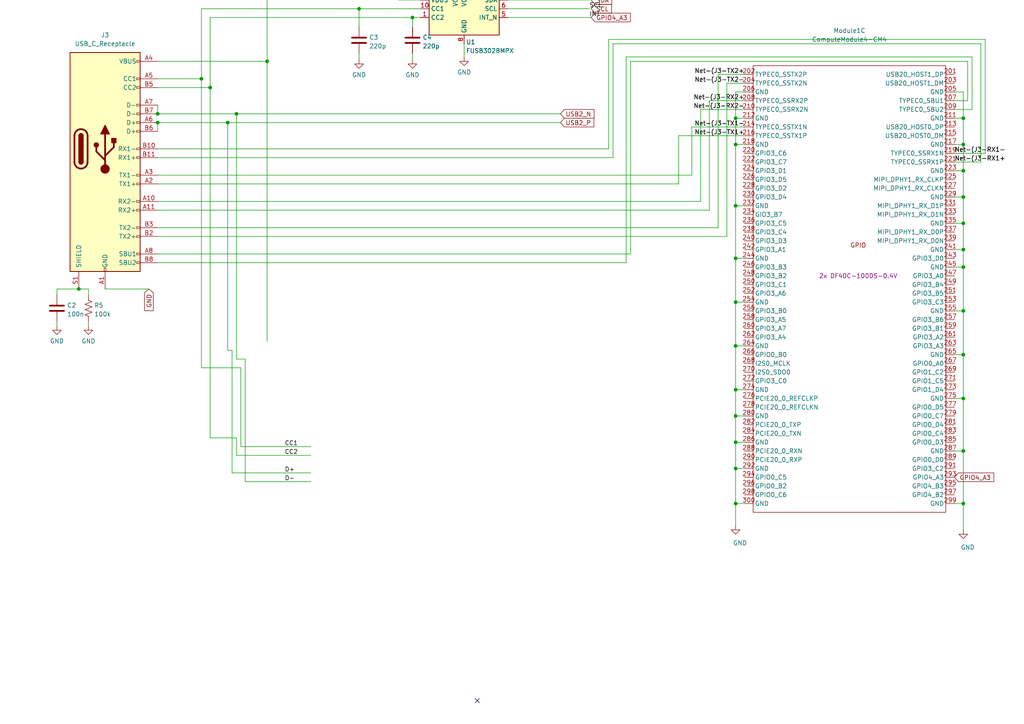
<source format=kicad_sch>
(kicad_sch (version 20231120) (generator "eeschema") (generator_version "8.0")
  (paper "A4")
  (title_block (title "Raspberry Pi Compute Module 4 Carrier Template") (date "2020-10-31") (rev "v01") (comment 2 "creativecommons.org/licenses/by-sa/4.0") (comment 3 "License: CC BY 4.0") (comment 4 "Author: Shawn Hymel"))
  (lib_symbols
    (symbol "CM4IO:ComputeModule4-CM4"
      (property "Reference" "Module1" (at -2.54 68.58 0))
      (property "Value" "ComputeModule4-CM4" (at -2.54 66.04 0))
      (property "MPN" "2x DF40C-100DS-0.4V" (at 0 -2.54 0))
      (symbol "ComputeModule4-CM4_1_0"
        (text "GPIO" (at 0 6.35 0) (effects (font (size 1.27 1.27))))
      )
      (symbol "ComputeModule4-CM4_1_1"
        (rectangle (start -30.48 -71.12) (end 25.4 58.42))
        (text "600mA Max" (at -8.89 -53.34 0) (effects (font (size 1.27 1.27))))
        (text "600mA Max" (at -8.89 -48.26 0) (effects (font (size 1.27 1.27))))
        (text "NB SD signals are only available" (at -1.27 -27.94 0) (effects (font (size 1.27 1.27))))
        (text "on modules without eMMC" (at -1.27 -30.48 0) (effects (font (size 1.27 1.27))))
        (pin power_in line (at 27.94 55.88 180) (length 2.54) (name "GND") (number "1"))
        (pin passive line (at -33.02 45.72 0) (length 2.54) (name "Ethernet_Pair0_N") (number "10"))
        (pin output line (at -33.02 -68.58 0) (length 2.54) (name "nEXTRST") (number "100"))
        (pin passive line (at 27.94 43.18 180) (length 2.54) (name "Ethernet_Pair2_P") (number "11"))
        (pin passive line (at -33.02 43.18 0) (length 2.54) (name "Ethernet_Pair0_P") (number "12"))
        (pin power_in line (at 27.94 40.64 180) (length 2.54) (name "GND") (number "13"))
        (pin power_in line (at -33.02 40.64 0) (length 2.54) (name "GND") (number "14"))
        (pin output line (at 27.94 38.1 180) (length 2.54) (name "Ethernet_nLED3(3.3v)") (number "15"))
        (pin input line (at -33.02 38.1 0) (length 2.54) (name "Ethernet_SYNC_IN(1.8v)") (number "16"))
        (pin output line (at 27.94 35.56 180) (length 2.54) (name "Ethernet_nLED2(3.3v)") (number "17"))
        (pin input line (at -33.02 35.56 0) (length 2.54) (name "Ethernet_SYNC_OUT(1.8v)") (number "18"))
        (pin output line (at 27.94 33.02 180) (length 2.54) (name "Ethernet_nLED1(3.3v)") (number "19"))
        (pin power_in line (at -33.02 55.88 0) (length 2.54) (name "GND") (number "2"))
        (pin passive line (at -33.02 33.02 0) (length 2.54) (name "EEPROM_nWP") (number "20"))
        (pin open_collector line (at 27.94 30.48 180) (length 2.54) (name "PI_nLED_Activity") (number "21"))
        (pin power_in line (at -33.02 30.48 0) (length 2.54) (name "GND") (number "22"))
        (pin power_in line (at 27.94 27.94 180) (length 2.54) (name "GND") (number "23"))
        (pin passive line (at -33.02 27.94 0) (length 2.54) (name "GPIO26") (number "24"))
        (pin passive line (at 27.94 25.4 180) (length 2.54) (name "GPIO21") (number "25"))
        (pin passive line (at -33.02 25.4 0) (length 2.54) (name "GPIO19") (number "26"))
        (pin passive line (at 27.94 22.86 180) (length 2.54) (name "GPIO20") (number "27"))
        (pin passive line (at -33.02 22.86 0) (length 2.54) (name "GPIO13") (number "28"))
        (pin passive line (at 27.94 20.32 180) (length 2.54) (name "GPIO16") (number "29"))
        (pin passive line (at 27.94 53.34 180) (length 2.54) (name "Ethernet_Pair3_P") (number "3"))
        (pin passive line (at -33.02 20.32 0) (length 2.54) (name "GPIO6") (number "30"))
        (pin passive line (at 27.94 17.78 180) (length 2.54) (name "GPIO12") (number "31"))
        (pin power_in line (at -33.02 17.78 0) (length 2.54) (name "GND") (number "32"))
        (pin power_in line (at 27.94 15.24 180) (length 2.54) (name "GND") (number "33"))
        (pin passive line (at -33.02 15.24 0) (length 2.54) (name "GPIO5") (number "34"))
        (pin passive line (at 27.94 12.7 180) (length 2.54) (name "ID_SC") (number "35"))
        (pin passive line (at -33.02 12.7 0) (length 2.54) (name "ID_SD") (number "36"))
        (pin passive line (at 27.94 10.16 180) (length 2.54) (name "GPIO7") (number "37"))
        (pin passive line (at -33.02 10.16 0) (length 2.54) (name "GPIO11") (number "38"))
        (pin passive line (at 27.94 7.62 180) (length 2.54) (name "GPIO8") (number "39"))
        (pin passive line (at -33.02 53.34 0) (length 2.54) (name "Ethernet_Pair1_P") (number "4"))
        (pin passive line (at -33.02 7.62 0) (length 2.54) (name "GPIO9") (number "40"))
        (pin passive line (at 27.94 5.08 180) (length 2.54) (name "GPIO25") (number "41"))
        (pin power_in line (at -33.02 5.08 0) (length 2.54) (name "GND") (number "42"))
        (pin power_in line (at 27.94 2.54 180) (length 2.54) (name "GND") (number "43"))
        (pin passive line (at -33.02 2.54 0) (length 2.54) (name "GPIO10") (number "44"))
        (pin passive line (at 27.94 0 180) (length 2.54) (name "GPIO24") (number "45"))
        (pin passive line (at -33.02 0 0) (length 2.54) (name "GPIO22") (number "46"))
        (pin passive line (at 27.94 -2.54 180) (length 2.54) (name "GPIO23") (number "47"))
        (pin passive line (at -33.02 -2.54 0) (length 2.54) (name "GPIO27") (number "48"))
        (pin passive line (at 27.94 -5.08 180) (length 2.54) (name "GPIO18") (number "49"))
        (pin passive line (at 27.94 50.8 180) (length 2.54) (name "Ethernet_Pair3_N") (number "5"))
        (pin passive line (at -33.02 -5.08 0) (length 2.54) (name "GPIO17") (number "50"))
        (pin passive line (at 27.94 -7.62 180) (length 2.54) (name "GPIO15") (number "51"))
        (pin power_in line (at -33.02 -7.62 0) (length 2.54) (name "GND") (number "52"))
        (pin power_in line (at 27.94 -10.16 180) (length 2.54) (name "GND") (number "53"))
        (pin passive line (at -33.02 -10.16 0) (length 2.54) (name "GPIO4") (number "54"))
        (pin passive line (at 27.94 -12.7 180) (length 2.54) (name "GPIO14") (number "55"))
        (pin passive line (at -33.02 -12.7 0) (length 2.54) (name "GPIO3") (number "56"))
        (pin passive line (at 27.94 -15.24 180) (length 2.54) (name "SD_CLK") (number "57"))
        (pin passive line (at -33.02 -15.24 0) (length 2.54) (name "GPIO2") (number "58"))
        (pin power_in line (at 27.94 -17.78 180) (length 2.54) (name "GND") (number "59"))
        (pin passive line (at -33.02 50.8 0) (length 2.54) (name "Ethernet_Pair1_N") (number "6"))
        (pin power_in line (at -33.02 -17.78 0) (length 2.54) (name "GND") (number "60"))
        (pin passive line (at 27.94 -20.32 180) (length 2.54) (name "SD_DAT3") (number "61"))
        (pin passive line (at -33.02 -20.32 0) (length 2.54) (name "SD_CMD") (number "62"))
        (pin passive line (at 27.94 -22.86 180) (length 2.54) (name "SD_DAT0") (number "63"))
        (pin passive line (at -33.02 -22.86 0) (length 2.54) (name "SD_DAT5") (number "64"))
        (pin power_in line (at 27.94 -25.4 180) (length 2.54) (name "GND") (number "65"))
        (pin power_in line (at -33.02 -25.4 0) (length 2.54) (name "GND") (number "66"))
        (pin passive line (at 27.94 -27.94 180) (length 2.54) (name "SD_DAT1") (number "67"))
        (pin passive line (at -33.02 -27.94 0) (length 2.54) (name "SD_DAT4") (number "68"))
        (pin passive line (at 27.94 -30.48 180) (length 2.54) (name "SD_DAT2") (number "69"))
        (pin power_in line (at 27.94 48.26 180) (length 2.54) (name "GND") (number "7"))
        (pin passive line (at -33.02 -30.48 0) (length 2.54) (name "SD_DAT7") (number "70"))
        (pin power_in line (at 27.94 -33.02 180) (length 2.54) (name "GND") (number "71"))
        (pin passive line (at -33.02 -33.02 0) (length 2.54) (name "SD_DAT6") (number "72"))
        (pin input line (at 27.94 -35.56 180) (length 2.54) (name "SD_VDD_Override") (number "73"))
        (pin power_in line (at -33.02 -35.56 0) (length 2.54) (name "GND") (number "74"))
        (pin output line (at 27.94 -38.1 180) (length 2.54) (name "SD_PWR_ON") (number "75"))
        (pin passive line (at -33.02 -38.1 0) (length 2.54) (name "Reserved") (number "76"))
        (pin power_in line (at 27.94 -40.64 180) (length 2.54) (name "+5v_(Input)") (number "77"))
        (pin power_in line (at -33.02 -40.64 0) (length 2.54) (name "GPIO_VREF(1.8v/3.3v_Input)") (number "78"))
        (pin power_in line (at 27.94 -43.18 180) (length 2.54) (name "+5v_(Input)") (number "79"))
        (pin power_in line (at -33.02 48.26 0) (length 2.54) (name "GND") (number "8"))
        (pin passive line (at -33.02 -43.18 0) (length 2.54) (name "SCL0") (number "80"))
        (pin power_in line (at 27.94 -45.72 180) (length 2.54) (name "+5v_(Input)") (number "81"))
        (pin passive line (at -33.02 -45.72 0) (length 2.54) (name "SDA0") (number "82"))
        (pin power_in line (at 27.94 -48.26 180) (length 2.54) (name "+5v_(Input)") (number "83"))
        (pin power_out line (at -33.02 -48.26 0) (length 2.54) (name "+3.3v_(Output)") (number "84"))
        (pin power_in line (at 27.94 -50.8 180) (length 2.54) (name "+5v_(Input)") (number "85"))
        (pin power_out line (at -33.02 -50.8 0) (length 2.54) (name "+3.3v_(Output)") (number "86"))
        (pin power_in line (at 27.94 -53.34 180) (length 2.54) (name "+5v_(Input)") (number "87"))
        (pin power_out line (at -33.02 -53.34 0) (length 2.54) (name "+1.8v_(Output)") (number "88"))
        (pin power_in line (at 27.94 -55.88 180) (length 2.54) (name "WiFi_nDisable") (number "89"))
        (pin passive line (at 27.94 45.72 180) (length 2.54) (name "Ethernet_Pair2_N") (number "9"))
        (pin power_out line (at -33.02 -55.88 0) (length 2.54) (name "+1.8v_(Output)") (number "90"))
        (pin power_in line (at 27.94 -58.42 180) (length 2.54) (name "BT_nDisable") (number "91"))
        (pin passive line (at -33.02 -58.42 0) (length 2.54) (name "RUN_PG") (number "92"))
        (pin input line (at 27.94 -60.96 180) (length 2.54) (name "nRPIBOOT") (number "93"))
        (pin passive line (at -33.02 -60.96 0) (length 2.54) (name "AnalogIP0") (number "94"))
        (pin output line (at 27.94 -63.5 180) (length 2.54) (name "nPI_LED_PWR") (number "95"))
        (pin passive line (at -33.02 -63.5 0) (length 2.54) (name "AnalogIP1") (number "96"))
        (pin passive line (at 27.94 -66.04 180) (length 2.54) (name "Camera_GPIO") (number "97"))
        (pin power_in line (at -33.02 -66.04 0) (length 2.54) (name "GND") (number "98"))
        (pin input line (at 27.94 -68.58 180) (length 2.54) (name "Global_EN") (number "99"))
      )
      (symbol "ComputeModule4-CM4_2_1"
        (rectangle (start 114.3 -66.04) (end 165.1 63.5))
        (text "High Speed Serial" (at 140.97 0 0) (effects (font (size 1.27 1.27))))
        (pin input line (at 170.18 60.96 180) (length 5.08) (name "USB_OTG_ID") (number "101"))
        (pin input line (at 109.22 60.96 0) (length 5.08) (name "PCIe_CLK_nREQ") (number "102"))
        (pin passive line (at 170.18 58.42 180) (length 5.08) (name "USB2_N") (number "103"))
        (pin passive line (at 109.22 58.42 0) (length 5.08) (name "Reserved") (number "104"))
        (pin passive line (at 170.18 55.88 180) (length 5.08) (name "USB2_P") (number "105"))
        (pin passive line (at 109.22 55.88 0) (length 5.08) (name "Reserved") (number "106"))
        (pin power_in line (at 170.18 53.34 180) (length 5.08) (name "GND") (number "107"))
        (pin power_in line (at 109.22 53.34 0) (length 5.08) (name "GND") (number "108"))
        (pin bidirectional line (at 170.18 50.8 180) (length 5.08) (name "PCIe_nRST") (number "109"))
        (pin output line (at 109.22 50.8 0) (length 5.08) (name "PCIe_CLK_P") (number "110"))
        (pin passive line (at 170.18 48.26 180) (length 5.08) (name "VDAC_COMP") (number "111"))
        (pin output line (at 109.22 48.26 0) (length 5.08) (name "PCIe_CLK_N") (number "112"))
        (pin power_in line (at 170.18 45.72 180) (length 5.08) (name "GND") (number "113"))
        (pin power_in line (at 109.22 45.72 0) (length 5.08) (name "GND") (number "114"))
        (pin input line (at 170.18 43.18 180) (length 5.08) (name "CAM1_D0_N") (number "115"))
        (pin input line (at 109.22 43.18 0) (length 5.08) (name "PCIe_RX_P") (number "116"))
        (pin input line (at 170.18 40.64 180) (length 5.08) (name "CAM1_D0_P") (number "117"))
        (pin input line (at 109.22 40.64 0) (length 5.08) (name "PCIe_RX_N") (number "118"))
        (pin power_in line (at 170.18 38.1 180) (length 5.08) (name "GND") (number "119"))
        (pin power_in line (at 109.22 38.1 0) (length 5.08) (name "GND") (number "120"))
        (pin input line (at 170.18 35.56 180) (length 5.08) (name "CAM1_D1_N") (number "121"))
        (pin output line (at 109.22 35.56 0) (length 5.08) (name "PCIe_TX_P") (number "122"))
        (pin input line (at 170.18 33.02 180) (length 5.08) (name "CAM1_D1_P") (number "123"))
        (pin output line (at 109.22 33.02 0) (length 5.08) (name "PCIe_TX_N") (number "124"))
        (pin power_in line (at 170.18 30.48 180) (length 5.08) (name "GND") (number "125"))
        (pin power_in line (at 109.22 30.48 0) (length 5.08) (name "GND") (number "126"))
        (pin input line (at 170.18 27.94 180) (length 5.08) (name "CAM1_C_N") (number "127"))
        (pin input line (at 109.22 27.94 0) (length 5.08) (name "CAM0_D0_N") (number "128"))
        (pin input line (at 170.18 25.4 180) (length 5.08) (name "CAM1_C_P") (number "129"))
        (pin input line (at 109.22 25.4 0) (length 5.08) (name "CAM0_D0_P") (number "130"))
        (pin power_in line (at 170.18 22.86 180) (length 5.08) (name "GND") (number "131"))
        (pin power_in line (at 109.22 22.86 0) (length 5.08) (name "GND") (number "132"))
        (pin input line (at 170.18 20.32 180) (length 5.08) (name "CAM1_D2_N") (number "133"))
        (pin input line (at 109.22 20.32 0) (length 5.08) (name "CAM0_D1_N") (number "134"))
        (pin input line (at 170.18 17.78 180) (length 5.08) (name "CAM1_D2_P") (number "135"))
        (pin input line (at 109.22 17.78 0) (length 5.08) (name "CAM0_D1_P") (number "136"))
        (pin power_in line (at 170.18 15.24 180) (length 5.08) (name "GND") (number "137"))
        (pin power_in line (at 109.22 15.24 0) (length 5.08) (name "GND") (number "138"))
        (pin input line (at 170.18 12.7 180) (length 5.08) (name "CAM1_D3_N") (number "139"))
        (pin input line (at 109.22 12.7 0) (length 5.08) (name "CAM0_C_N") (number "140"))
        (pin input line (at 170.18 10.16 180) (length 5.08) (name "CAM1_D3_P") (number "141"))
        (pin input line (at 109.22 10.16 0) (length 5.08) (name "CAM0_C_P") (number "142"))
        (pin input line (at 170.18 7.62 180) (length 5.08) (name "HDMI1_HOTPLUG") (number "143"))
        (pin power_in line (at 109.22 7.62 0) (length 5.08) (name "GND") (number "144"))
        (pin bidirectional line (at 170.18 5.08 180) (length 5.08) (name "HDMI1_SDA") (number "145"))
        (pin output line (at 109.22 5.08 0) (length 5.08) (name "HDMI1_TX2_P") (number "146"))
        (pin open_collector line (at 170.18 2.54 180) (length 5.08) (name "HDMI1_SCL") (number "147"))
        (pin output line (at 109.22 2.54 0) (length 5.08) (name "HDMI1_TX2_N") (number "148"))
        (pin open_collector line (at 170.18 0 180) (length 5.08) (name "HDMI1_CEC") (number "149"))
        (pin power_in line (at 109.22 0 0) (length 5.08) (name "GND") (number "150"))
        (pin open_collector line (at 170.18 -2.54 180) (length 5.08) (name "HDMI0_CEC") (number "151"))
        (pin output line (at 109.22 -2.54 0) (length 5.08) (name "HDMI1_TX1_P") (number "152"))
        (pin input line (at 170.18 -5.08 180) (length 5.08) (name "HDMI0_HOTPLUG") (number "153"))
        (pin output line (at 109.22 -5.08 0) (length 5.08) (name "HDMI1_TX1_N") (number "154"))
        (pin power_in line (at 170.18 -7.62 180) (length 5.08) (name "GND") (number "155"))
        (pin power_in line (at 109.22 -7.62 0) (length 5.08) (name "GND") (number "156"))
        (pin output line (at 170.18 -10.16 180) (length 5.08) (name "DSI0_D0_N") (number "157"))
        (pin output line (at 109.22 -10.16 0) (length 5.08) (name "HDMI1_TX0_P") (number "158"))
        (pin output line (at 170.18 -12.7 180) (length 5.08) (name "DSI0_D0_P") (number "159"))
        (pin output line (at 109.22 -12.7 0) (length 5.08) (name "HDMI1_TX0_N") (number "160"))
        (pin power_in line (at 170.18 -15.24 180) (length 5.08) (name "GND") (number "161"))
        (pin power_in line (at 109.22 -15.24 0) (length 5.08) (name "GND") (number "162"))
        (pin output line (at 170.18 -17.78 180) (length 5.08) (name "DSI0_D1_N") (number "163"))
        (pin output line (at 109.22 -17.78 0) (length 5.08) (name "HDMI1_CLK_P") (number "164"))
        (pin output line (at 170.18 -20.32 180) (length 5.08) (name "DSI0_D1_P") (number "165"))
        (pin output line (at 109.22 -20.32 0) (length 5.08) (name "HDMI1_CLK_N") (number "166"))
        (pin power_in line (at 170.18 -22.86 180) (length 5.08) (name "GND") (number "167"))
        (pin power_in line (at 109.22 -22.86 0) (length 5.08) (name "GND") (number "168"))
        (pin output line (at 170.18 -25.4 180) (length 5.08) (name "DSI0_C_N") (number "169"))
        (pin output line (at 109.22 -25.4 0) (length 5.08) (name "HDMI0_TX2_P") (number "170"))
        (pin output line (at 170.18 -27.94 180) (length 5.08) (name "DSI0_C_P") (number "171"))
        (pin output line (at 109.22 -27.94 0) (length 5.08) (name "HDMI0_TX2_N") (number "172"))
        (pin power_in line (at 170.18 -30.48 180) (length 5.08) (name "GND") (number "173"))
        (pin power_in line (at 109.22 -30.48 0) (length 5.08) (name "GND") (number "174"))
        (pin output line (at 170.18 -33.02 180) (length 5.08) (name "DSI1_D0_N") (number "175"))
        (pin output line (at 109.22 -33.02 0) (length 5.08) (name "HDMI0_TX1_P") (number "176"))
        (pin output line (at 170.18 -35.56 180) (length 5.08) (name "DSI1_D0_P") (number "177"))
        (pin output line (at 109.22 -35.56 0) (length 5.08) (name "HDMI0_TX1_N") (number "178"))
        (pin power_in line (at 170.18 -38.1 180) (length 5.08) (name "GND") (number "179"))
        (pin power_in line (at 109.22 -38.1 0) (length 5.08) (name "GND") (number "180"))
        (pin output line (at 170.18 -40.64 180) (length 5.08) (name "DSI1_D1_N") (number "181"))
        (pin output line (at 109.22 -40.64 0) (length 5.08) (name "HDMI0_TX0_P") (number "182"))
        (pin output line (at 170.18 -43.18 180) (length 5.08) (name "DSI1_D1_P") (number "183"))
        (pin output line (at 109.22 -43.18 0) (length 5.08) (name "HDMI0_TX0_N") (number "184"))
        (pin power_in line (at 170.18 -45.72 180) (length 5.08) (name "GND") (number "185"))
        (pin power_in line (at 109.22 -45.72 0) (length 5.08) (name "GND") (number "186"))
        (pin output line (at 170.18 -48.26 180) (length 5.08) (name "DSI1_C_N") (number "187"))
        (pin output line (at 109.22 -48.26 0) (length 5.08) (name "HDMI0_CLK_P") (number "188"))
        (pin output line (at 170.18 -50.8 180) (length 5.08) (name "DSI1_C_P") (number "189"))
        (pin output line (at 109.22 -50.8 0) (length 5.08) (name "HDMI0_CLK_N") (number "190"))
        (pin power_in line (at 170.18 -53.34 180) (length 5.08) (name "GND") (number "191"))
        (pin power_in line (at 109.22 -53.34 0) (length 5.08) (name "GND") (number "192"))
        (pin output line (at 170.18 -55.88 180) (length 5.08) (name "DSI1_D2_N") (number "193"))
        (pin output line (at 109.22 -55.88 0) (length 5.08) (name "DSI1_D3_N") (number "194"))
        (pin output line (at 170.18 -58.42 180) (length 5.08) (name "DSI1_D2_P") (number "195"))
        (pin output line (at 109.22 -58.42 0) (length 5.08) (name "DSI1_D3_P") (number "196"))
        (pin power_in line (at 170.18 -60.96 180) (length 5.08) (name "GND") (number "197"))
        (pin power_in line (at 109.22 -60.96 0) (length 5.08) (name "GND") (number "198"))
        (pin bidirectional line (at 170.18 -63.5 180) (length 5.08) (name "HDMI0_SDA") (number "199"))
        (pin open_collector line (at 109.22 -63.5 0) (length 5.08) (name "HDMI0_SCL") (number "200"))
      )
      (symbol "ComputeModule4-CM4_3_0"
        (text "GPIO" (at 0 6.35 0) (effects (font (size 1.27 1.27))))
      )
      (symbol "ComputeModule4-CM4_3_1"
        (rectangle (start -30.48 58.42) (end 25.4 -71.12))
        (pin passive line (at 27.94 55.88 180) (length 2.54) (name "USB20_HOST1_DP") (number "201"))
        (pin passive line (at -33.02 55.88 0) (length 2.54) (name "TYPEC0_SSTX2P") (number "202"))
        (pin passive line (at 27.94 53.34 180) (length 2.54) (name "USB20_HOST1_DM") (number "203"))
        (pin passive line (at -33.02 53.34 0) (length 2.54) (name "TYPEC0_SSTX2N") (number "204"))
        (pin power_in line (at 27.94 50.8 180) (length 2.54) (name "GND") (number "205"))
        (pin power_in line (at -33.02 50.8 0) (length 2.54) (name "GND") (number "206"))
        (pin passive line (at 27.94 48.26 180) (length 2.54) (name "TYPEC0_SBU1") (number "207"))
        (pin passive line (at -33.02 48.26 0) (length 2.54) (name "TYPEC0_SSRX2P") (number "208"))
        (pin passive line (at 27.94 45.72 180) (length 2.54) (name "TYPEC0_SBU2") (number "209"))
        (pin passive line (at -33.02 45.72 0) (length 2.54) (name "TYPEC0_SSRX2N") (number "210"))
        (pin power_in line (at 27.94 43.18 180) (length 2.54) (name "GND") (number "211"))
        (pin power_in line (at -33.02 43.18 0) (length 2.54) (name "GND") (number "212"))
        (pin passive line (at 27.94 40.64 180) (length 2.54) (name "USB20_HOST0_DP") (number "213"))
        (pin passive line (at -33.02 40.64 0) (length 2.54) (name "TYPEC0_SSTX1N") (number "214"))
        (pin output line (at 27.94 38.1 180) (length 2.54) (name "USB20_HOST0_DM") (number "215"))
        (pin passive line (at -33.02 38.1 0) (length 2.54) (name "TYPEC0_SSTX1P") (number "216"))
        (pin power_in line (at 27.94 35.56 180) (length 2.54) (name "GND") (number "217"))
        (pin power_in line (at -33.02 35.56 0) (length 2.54) (name "GND") (number "218"))
        (pin output line (at 27.94 33.02 180) (length 2.54) (name "TYPEC0_SSRX1N") (number "219"))
        (pin passive line (at -33.02 33.02 0) (length 2.54) (name "GPIO3_C6") (number "220"))
        (pin passive line (at 27.94 30.48 180) (length 2.54) (name "TYPEC0_SSRX1P") (number "221"))
        (pin passive line (at -33.02 30.48 0) (length 2.54) (name "GPIO3_C7") (number "222"))
        (pin power_in line (at 27.94 27.94 180) (length 2.54) (name "GND") (number "223"))
        (pin passive line (at -33.02 27.94 0) (length 2.54) (name "GPIO3_D1") (number "224"))
        (pin passive line (at 27.94 25.4 180) (length 2.54) (name "MIPI_DPHY1_RX_CLKP") (number "225"))
        (pin passive line (at -33.02 25.4 0) (length 2.54) (name "GPIO3_D5") (number "226"))
        (pin passive line (at 27.94 22.86 180) (length 2.54) (name "MIPI_DPHY1_RX_CLKN") (number "227"))
        (pin passive line (at -33.02 22.86 0) (length 2.54) (name "GPIO3_D2") (number "228"))
        (pin passive line (at 27.94 20.32 180) (length 2.54) (name "GND") (number "229"))
        (pin passive line (at -33.02 20.32 0) (length 2.54) (name "GPIO3_D4") (number "230"))
        (pin power_in line (at 27.94 17.78 180) (length 2.54) (name "MIPI_DPHY1_RX_D1P") (number "231"))
        (pin power_in line (at -33.02 17.78 0) (length 2.54) (name "GND") (number "232"))
        (pin passive line (at 27.94 15.24 180) (length 2.54) (name "MIPI_DPHY1_RX_D1N") (number "233"))
        (pin passive line (at -33.02 15.24 0) (length 2.54) (name "GIO3_B7") (number "234"))
        (pin power_in line (at 27.94 12.7 180) (length 2.54) (name "GND") (number "235"))
        (pin passive line (at -33.02 12.7 0) (length 2.54) (name "GPIO3_C5") (number "236"))
        (pin passive line (at 27.94 10.16 180) (length 2.54) (name "MIPI_DPHY1_RX_D0P") (number "237"))
        (pin passive line (at -33.02 10.16 0) (length 2.54) (name "GPIO3_C4") (number "238"))
        (pin passive line (at 27.94 7.62 180) (length 2.54) (name "MIPI_DPHY1_RX_D0N") (number "239"))
        (pin passive line (at -33.02 7.62 0) (length 2.54) (name "GPIO3_D3") (number "240"))
        (pin passive line (at 27.94 5.08 180) (length 2.54) (name "GND") (number "241"))
        (pin passive line (at -33.02 5.08 0) (length 2.54) (name "GPIO3_A1") (number "242"))
        (pin passive line (at 27.94 2.54 180) (length 2.54) (name "GPIO3_D0") (number "243"))
        (pin power_in line (at -33.02 2.54 0) (length 2.54) (name "GND") (number "244"))
        (pin power_in line (at 27.94 0 180) (length 2.54) (name "GND") (number "245"))
        (pin passive line (at -33.02 0 0) (length 2.54) (name "GPIO3_B3") (number "246"))
        (pin passive line (at 27.94 -2.54 180) (length 2.54) (name "GPIO3_A0") (number "247"))
        (pin passive line (at -33.02 -2.54 0) (length 2.54) (name "GPIO3_B2") (number "248"))
        (pin passive line (at 27.94 -5.08 180) (length 2.54) (name "GPIO3_B4") (number "249"))
        (pin passive line (at -33.02 -5.08 0) (length 2.54) (name "GPIO3_C1") (number "250"))
        (pin passive line (at 27.94 -7.62 180) (length 2.54) (name "GPIO3_B5") (number "251"))
        (pin passive line (at -33.02 -7.62 0) (length 2.54) (name "GPIO3_A6") (number "252"))
        (pin passive line (at 27.94 -10.16 180) (length 2.54) (name "GPIO3_C3") (number "253"))
        (pin power_in line (at -33.02 -10.16 0) (length 2.54) (name "GND") (number "254"))
        (pin power_in line (at 27.94 -12.7 180) (length 2.54) (name "GND") (number "255"))
        (pin passive line (at -33.02 -12.7 0) (length 2.54) (name "GPIO3_B0") (number "256"))
        (pin passive line (at 27.94 -15.24 180) (length 2.54) (name "GPIO3_B6") (number "257"))
        (pin passive line (at -33.02 -15.24 0) (length 2.54) (name "GPIO3_A5") (number "258"))
        (pin passive line (at 27.94 -17.78 180) (length 2.54) (name "GPIO3_B1") (number "259"))
        (pin passive line (at -33.02 -17.78 0) (length 2.54) (name "GPIO3_A7") (number "260"))
        (pin passive line (at 27.94 -20.32 180) (length 2.54) (name "GPIO3_A2") (number "261"))
        (pin passive line (at -33.02 -20.32 0) (length 2.54) (name "GPIO3_A4") (number "262"))
        (pin passive line (at 27.94 -22.86 180) (length 2.54) (name "GPIO3_A3") (number "263"))
        (pin power_in line (at -33.02 -22.86 0) (length 2.54) (name "GND") (number "264"))
        (pin power_in line (at 27.94 -25.4 180) (length 2.54) (name "GND") (number "265"))
        (pin passive line (at -33.02 -25.4 0) (length 2.54) (name "GPIO0_B0") (number "266"))
        (pin passive line (at 27.94 -27.94 180) (length 2.54) (name "GPIO0_A0") (number "267"))
        (pin passive line (at -33.02 -27.94 0) (length 2.54) (name "I2S0_MCLK") (number "268"))
        (pin passive line (at 27.94 -30.48 180) (length 2.54) (name "GPIO1_C2") (number "269"))
        (pin passive line (at -33.02 -30.48 0) (length 2.54) (name "I2S0_SDO0") (number "270"))
        (pin passive line (at 27.94 -33.02 180) (length 2.54) (name "GPIO1_C5") (number "271"))
        (pin passive line (at -33.02 -33.02 0) (length 2.54) (name "GPIO3_C0") (number "272"))
        (pin passive line (at 27.94 -35.56 180) (length 2.54) (name "GPIO1_D4") (number "273"))
        (pin power_in line (at -33.02 -35.56 0) (length 2.54) (name "GND") (number "274"))
        (pin power_in line (at 27.94 -38.1 180) (length 2.54) (name "GND") (number "275"))
        (pin passive line (at -33.02 -38.1 0) (length 2.54) (name "PCIE20_0_REFCLKP") (number "276"))
        (pin passive line (at 27.94 -40.64 180) (length 2.54) (name "GPIO0_D5") (number "277"))
        (pin passive line (at -33.02 -40.64 0) (length 2.54) (name "PCIE20_0_REFCLKN") (number "278"))
        (pin passive line (at 27.94 -43.18 180) (length 2.54) (name "GPIO0_C7") (number "279"))
        (pin power_in line (at -33.02 -43.18 0) (length 2.54) (name "GND") (number "280"))
        (pin passive line (at 27.94 -45.72 180) (length 2.54) (name "GPIO0_D4") (number "281"))
        (pin passive line (at -33.02 -45.72 0) (length 2.54) (name "PCIE20_0_TXP") (number "282"))
        (pin passive line (at 27.94 -48.26 180) (length 2.54) (name "GPIO0_C4") (number "283"))
        (pin passive line (at -33.02 -48.26 0) (length 2.54) (name "PCIE20_0_TXN") (number "284"))
        (pin passive line (at 27.94 -50.8 180) (length 2.54) (name "GPIO0_D3") (number "285"))
        (pin power_in line (at -33.02 -50.8 0) (length 2.54) (name "GND") (number "286"))
        (pin power_in line (at 27.94 -53.34 180) (length 2.54) (name "GND") (number "287"))
        (pin passive line (at -33.02 -53.34 0) (length 2.54) (name "PCIE20_0_RXN") (number "288"))
        (pin passive line (at 27.94 -55.88 180) (length 2.54) (name "GPIO0_D0") (number "289"))
        (pin passive line (at -33.02 -55.88 0) (length 2.54) (name "PCIE20_0_RXP") (number "290"))
        (pin passive line (at 27.94 -58.42 180) (length 2.54) (name "GPIO3_C2") (number "291"))
        (pin power_in line (at -33.02 -58.42 0) (length 2.54) (name "GND") (number "292"))
        (pin passive line (at 27.94 -60.96 180) (length 2.54) (name "GPIO4_A3") (number "293"))
        (pin passive line (at -33.02 -60.96 0) (length 2.54) (name "GPIO0_C5") (number "294"))
        (pin passive line (at 27.94 -63.5 180) (length 2.54) (name "GPIO4_B3") (number "295"))
        (pin passive line (at -33.02 -63.5 0) (length 2.54) (name "GPIO0_B2") (number "296"))
        (pin passive line (at 27.94 -66.04 180) (length 2.54) (name "GPIO4_B2") (number "297"))
        (pin passive line (at -33.02 -66.04 0) (length 2.54) (name "GPIO0_C6") (number "298"))
        (pin power_in line (at 27.94 -68.58 180) (length 2.54) (name "GND") (number "299"))
        (pin power_in line (at -33.02 -68.58 0) (length 2.54) (name "GND") (number "300"))
      )
    )
    (symbol "Connector:USB_C_Receptacle" (pin_names (offset 1.016))
      (property "Reference" "J" (at -10.16 29.21 0))
      (property "Value" "USB_C_Receptacle" (at 10.16 29.21 0))
      (symbol "USB_C_Receptacle_0_0"
        (rectangle (start -0.254 -35.56) (end 0.254 -34.544))
        (rectangle (start 10.16 -32.766) (end 9.144 -33.274))
        (rectangle (start 10.16 -30.226) (end 9.144 -30.734))
        (rectangle (start 10.16 -25.146) (end 9.144 -25.654))
        (rectangle (start 10.16 -22.606) (end 9.144 -23.114))
        (rectangle (start 10.16 -17.526) (end 9.144 -18.034))
        (rectangle (start 10.16 -14.986) (end 9.144 -15.494))
        (rectangle (start 10.16 -9.906) (end 9.144 -10.414))
        (rectangle (start 10.16 -7.366) (end 9.144 -7.874))
        (rectangle (start 10.16 -2.286) (end 9.144 -2.794))
        (rectangle (start 10.16 0.254) (end 9.144 -0.254))
        (rectangle (start 10.16 5.334) (end 9.144 4.826))
        (rectangle (start 10.16 7.874) (end 9.144 7.366))
        (rectangle (start 10.16 10.414) (end 9.144 9.906))
        (rectangle (start 10.16 12.954) (end 9.144 12.446))
        (rectangle (start 10.16 18.034) (end 9.144 17.526))
        (rectangle (start 10.16 20.574) (end 9.144 20.066))
        (rectangle (start 10.16 25.654) (end 9.144 25.146))
      )
      (symbol "USB_C_Receptacle_0_1"
        (rectangle (start -10.16 27.94) (end 10.16 -35.56) (stroke (width 0.254)) (fill (type background)))
        (arc (start -8.89 -3.81) (mid -6.985 -5.7067) (end -5.08 -3.81) (stroke (width 0.508)))
        (arc (start -7.62 -3.81) (mid -6.985 -4.4423) (end -6.35 -3.81) (stroke (width 0.254)))
        (arc (start -7.62 -3.81) (mid -6.985 -4.4423) (end -6.35 -3.81) (stroke (width 0.254)) (fill (type outline)))
        (rectangle (start -7.62 -3.81) (end -6.35 3.81) (stroke (width 0.254)) (fill (type outline)))
        (arc (start -6.35 3.81) (mid -6.985 4.4423) (end -7.62 3.81) (stroke (width 0.254)))
        (arc (start -6.35 3.81) (mid -6.985 4.4423) (end -7.62 3.81) (stroke (width 0.254)) (fill (type outline)))
        (arc (start -5.08 3.81) (mid -6.985 5.7067) (end -8.89 3.81) (stroke (width 0.508)))
        (polyline (pts (xy -8.89 -3.81) (xy -8.89 3.81)) (stroke (width 0.508)))
        (polyline (pts (xy -5.08 3.81) (xy -5.08 -3.81)) (stroke (width 0.508)))
      )
      (symbol "USB_C_Receptacle_1_1"
        (circle (center -2.54 1.143) (radius 0.635) (stroke (width 0.254)) (fill (type outline)))
        (circle (center 0 -5.842) (radius 1.27) (fill (type outline)))
        (polyline (pts (xy 0 -5.842) (xy 0 4.318)) (stroke (width 0.508)))
        (polyline (pts (xy 0 -3.302) (xy -2.54 -0.762) (xy -2.54 0.508)) (stroke (width 0.508)))
        (polyline (pts (xy 0 -2.032) (xy 2.54 0.508) (xy 2.54 1.778)) (stroke (width 0.508)))
        (polyline (pts (xy -1.27 4.318) (xy 0 6.858) (xy 1.27 4.318) (xy -1.27 4.318)) (stroke (width 0.254)) (fill (type outline)))
        (rectangle (start 1.905 1.778) (end 3.175 3.048) (stroke (width 0.254)) (fill (type outline)))
        (pin passive line (at 0 -40.64 90) (length 5.08) (name "GND") (number "A1"))
        (pin bidirectional line (at 15.24 -15.24 180) (length 5.08) (name "RX2-") (number "A10"))
        (pin bidirectional line (at 15.24 -17.78 180) (length 5.08) (name "RX2+") (number "A11"))
        (pin passive line (at 0 -40.64 90) (length 5.08) hide (name "GND") (number "A12"))
        (pin bidirectional line (at 15.24 -10.16 180) (length 5.08) (name "TX1+") (number "A2"))
        (pin bidirectional line (at 15.24 -7.62 180) (length 5.08) (name "TX1-") (number "A3"))
        (pin passive line (at 15.24 25.4 180) (length 5.08) (name "VBUS") (number "A4"))
        (pin bidirectional line (at 15.24 20.32 180) (length 5.08) (name "CC1") (number "A5"))
        (pin bidirectional line (at 15.24 7.62 180) (length 5.08) (name "D+") (number "A6"))
        (pin bidirectional line (at 15.24 12.7 180) (length 5.08) (name "D-") (number "A7"))
        (pin bidirectional line (at 15.24 -30.48 180) (length 5.08) (name "SBU1") (number "A8"))
        (pin passive line (at 15.24 25.4 180) (length 5.08) hide (name "VBUS") (number "A9"))
        (pin passive line (at 0 -40.64 90) (length 5.08) hide (name "GND") (number "B1"))
        (pin bidirectional line (at 15.24 0 180) (length 5.08) (name "RX1-") (number "B10"))
        (pin bidirectional line (at 15.24 -2.54 180) (length 5.08) (name "RX1+") (number "B11"))
        (pin passive line (at 0 -40.64 90) (length 5.08) hide (name "GND") (number "B12"))
        (pin bidirectional line (at 15.24 -25.4 180) (length 5.08) (name "TX2+") (number "B2"))
        (pin bidirectional line (at 15.24 -22.86 180) (length 5.08) (name "TX2-") (number "B3"))
        (pin passive line (at 15.24 25.4 180) (length 5.08) hide (name "VBUS") (number "B4"))
        (pin bidirectional line (at 15.24 17.78 180) (length 5.08) (name "CC2") (number "B5"))
        (pin bidirectional line (at 15.24 5.08 180) (length 5.08) (name "D+") (number "B6"))
        (pin bidirectional line (at 15.24 10.16 180) (length 5.08) (name "D-") (number "B7"))
        (pin bidirectional line (at 15.24 -33.02 180) (length 5.08) (name "SBU2") (number "B8"))
        (pin passive line (at 15.24 25.4 180) (length 5.08) hide (name "VBUS") (number "B9"))
        (pin passive line (at -7.62 -40.64 90) (length 5.08) (name "SHIELD") (number "S1"))
      )
    )
    (symbol "Device:C" (pin_numbers hide) (pin_names (offset 0.254))
      (property "Reference" "C" (at 0.635 2.54 0))
      (property "Value" "C" (at 0.635 -2.54 0))
      (symbol "C_0_1"
        (polyline (pts (xy -2.032 -0.762) (xy 2.032 -0.762)) (stroke (width 0.508)))
        (polyline (pts (xy -2.032 0.762) (xy 2.032 0.762)) (stroke (width 0.508)))
      )
      (symbol "C_1_1"
        (pin passive line (at 0 3.81 270) (length 2.794) (name "~") (number "1"))
        (pin passive line (at 0 -3.81 90) (length 2.794) (name "~") (number "2"))
      )
    )
    (symbol "Device:R_US" (pin_numbers hide) (pin_names (offset 0))
      (property "Reference" "R" (at 2.54 0 90))
      (property "Value" "R_US" (at -2.54 0 90))
      (symbol "R_US_0_1"
        (polyline (pts (xy 0 -2.286) (xy 0 -2.54)))
        (polyline (pts (xy 0 2.286) (xy 0 2.54)))
        (polyline (pts (xy 0 -0.762) (xy 1.016 -1.143) (xy 0 -1.524) (xy -1.016 -1.905) (xy 0 -2.286)))
        (polyline (pts (xy 0 0.762) (xy 1.016 0.381) (xy 0 0) (xy -1.016 -0.381) (xy 0 -0.762)))
        (polyline (pts (xy 0 2.286) (xy 1.016 1.905) (xy 0 1.524) (xy -1.016 1.143) (xy 0 0.762)))
      )
      (symbol "R_US_1_1"
        (pin passive line (at 0 3.81 270) (length 1.27) (name "~") (number "1"))
        (pin passive line (at 0 -3.81 90) (length 1.27) (name "~") (number "2"))
      )
    )
    (symbol "Interface_USB:FUSB302BMPX"
      (property "Reference" "U" (at -10.16 8.89 0))
      (property "Value" "FUSB302BMPX" (at 3.81 8.89 0))
      (symbol "FUSB302BMPX_0_1"
        (rectangle (start -10.16 7.62) (end 10.16 -7.62) (stroke (width 0.254)) (fill (type background)))
      )
      (symbol "FUSB302BMPX_1_1"
        (pin bidirectional line (at 12.7 -2.54 180) (length 2.54) (name "CC2") (number "1"))
        (pin bidirectional line (at 12.7 0 180) (length 2.54) (name "CC1") (number "10"))
        (pin bidirectional line (at 12.7 0 180) (length 2.54) hide (name "CC1") (number "11"))
        (pin power_in line (at 0 10.16 270) (length 2.54) (name "VCONN") (number "12"))
        (pin power_in line (at 2.54 10.16 270) (length 2.54) (name "VCONN") (number "13"))
        (pin bidirectional line (at 12.7 -2.54 180) (length 2.54) hide (name "CC2") (number "14"))
        (pin passive line (at 0 -10.16 90) (length 2.54) hide (name "GND") (number "15"))
        (pin input line (at 12.7 2.54 180) (length 2.54) (name "VBUS") (number "2"))
        (pin power_in line (at -2.54 10.16 270) (length 2.54) (name "VDD") (number "3"))
        (pin passive line (at -2.54 10.16 270) (length 2.54) hide (name "VDD") (number "4"))
        (pin open_collector line (at -12.7 -2.54 0) (length 2.54) (name "INT_N") (number "5"))
        (pin input line (at -12.7 0 0) (length 2.54) (name "SCL") (number "6"))
        (pin bidirectional line (at -12.7 2.54 0) (length 2.54) (name "SDA") (number "7"))
        (pin power_in line (at 0 -10.16 90) (length 2.54) (name "GND") (number "8"))
        (pin passive line (at 0 -10.16 90) (length 2.54) hide (name "GND") (number "9"))
      )
    )
    (symbol "power:GND" (power) (pin_names (offset 0))
      (property "Value" "GND" (at 0 -3.81 0))
      (symbol "GND_0_1"
        (polyline (pts (xy 0 0) (xy 0 -1.27) (xy 1.27 -1.27) (xy 0 -2.54) (xy -1.27 -1.27) (xy 0 -1.27)))
      )
      (symbol "GND_1_1"
        (pin power_in line (at 0 0 270) (length 0) hide (name "GND") (number "1"))
      )
    )
  )
  (junction (at 68.58 33.02))
  (junction (at 279.4 49.53))
  (junction (at 77.47 17.78))
  (junction (at 279.4 146.05))
  (junction (at 213.36 87.63))
  (junction (at 279.4 102.87))
  (junction (at 213.36 120.65))
  (junction (at 213.36 74.93))
  (junction (at 279.4 72.39))
  (junction (at 132.08 -19.558))
  (junction (at 213.36 41.91))
  (junction (at 279.4 64.77))
  (junction (at 213.36 34.29))
  (junction (at 279.4 90.17))
  (junction (at 213.36 128.27))
  (junction (at 104.14 2.54))
  (junction (at 213.36 135.89))
  (junction (at 213.36 59.69))
  (junction (at 213.36 146.05))
  (junction (at 279.4 77.47))
  (junction (at 279.4 115.57))
  (junction (at 279.4 57.15))
  (junction (at 279.4 41.91))
  (junction (at 119.634 5.08))
  (junction (at 66.04 35.56))
  (junction (at 279.4 34.29))
  (junction (at 22.86 83.82))
  (junction (at 60.96 25.4))
  (junction (at 58.42 22.86))
  (junction (at 45.72 35.56))
  (junction (at 45.72 33.02))
  (junction (at 279.4 130.81))
  (junction (at 213.36 100.33))
  (junction (at 213.36 113.03))
  (no_connect (at 138.43 203.2))
  (no_connect (at 138.43 218.44))
  (wire (pts (xy 43.18 83.82) (xy 30.48 83.82)))
  (wire (pts (xy 213.36 74.93) (xy 215.9 74.93)))
  (wire (pts (xy 213.36 74.93) (xy 213.36 87.63)))
  (wire (pts (xy 208.28 21.59) (xy 208.28 66.04)))
  (wire (pts (xy 213.36 128.27) (xy 215.9 128.27)))
  (wire (pts (xy 60.96 5.08) (xy 80.01 5.08)) (stroke (width 0.1524)))
  (wire (pts (xy 147.32 5.08) (xy 171.45 5.08)))
  (wire (pts (xy 276.86 29.21) (xy 280.67 29.21)))
  (wire (pts (xy 276.86 77.47) (xy 279.4 77.47)))
  (wire (pts (xy 279.4 49.53) (xy 279.4 57.15)))
  (wire (pts (xy 132.08 -19.558) (xy 132.08 -7.62)))
  (wire (pts (xy 58.42 106.68) (xy 69.85 106.68)) (stroke (width 0.1524)))
  (wire (pts (xy 213.36 120.65) (xy 213.36 128.27)))
  (wire (pts (xy 80.01 5.08) (xy 119.634 5.08)))
  (wire (pts (xy 137.16 -20.32) (xy 145.542 -20.32)))
  (wire (pts (xy 279.4 77.47) (xy 279.4 90.17)))
  (wire (pts (xy 45.72 68.58) (xy 210.82 68.58)))
  (wire (pts (xy 77.47 17.78) (xy 77.47 -11.43)) (stroke (width 0.1524)))
  (wire (pts (xy 279.4 130.81) (xy 279.4 146.05)))
  (wire (pts (xy 132.08 -22.86) (xy 132.08 -19.558)))
  (wire (pts (xy 276.86 44.45) (xy 285.75 44.45)))
  (wire (pts (xy 215.9 24.13) (xy 210.82 24.13)))
  (wire (pts (xy 279.4 26.67) (xy 279.4 34.29)))
  (wire (pts (xy 66.04 101.6) (xy 66.04 35.56)) (stroke (width 0.1524)))
  (wire (pts (xy 200.66 36.83) (xy 200.66 50.8)))
  (wire (pts (xy 60.96 25.4) (xy 60.96 5.08)) (stroke (width 0.1524)))
  (wire (pts (xy 276.86 34.29) (xy 279.4 34.29)))
  (wire (pts (xy 279.4 102.87) (xy 279.4 115.57)))
  (wire (pts (xy 276.86 64.77) (xy 279.4 64.77)))
  (wire (pts (xy 215.9 36.83) (xy 200.66 36.83)))
  (wire (pts (xy 284.48 46.99) (xy 284.48 12.7)))
  (wire (pts (xy 67.31 101.6) (xy 67.31 137.16)) (stroke (width 0.1524)))
  (wire (pts (xy 58.42 106.68) (xy 58.42 22.86)) (stroke (width 0.1524)))
  (wire (pts (xy 69.85 129.54) (xy 90.17 129.54)) (stroke (width 0.1524)))
  (wire (pts (xy 276.86 146.05) (xy 279.4 146.05)))
  (wire (pts (xy 196.85 39.37) (xy 196.85 53.34)))
  (wire (pts (xy 213.36 87.63) (xy 213.36 100.33)))
  (wire (pts (xy 281.94 16.51) (xy 181.61 16.51)))
  (wire (pts (xy 176.53 11.43) (xy 176.53 43.18)))
  (wire (pts (xy 67.31 137.16) (xy 90.17 137.16)) (stroke (width 0.1524)))
  (wire (pts (xy 196.85 39.37) (xy 215.9 39.37)))
  (wire (pts (xy 80.01 2.54) (xy 104.14 2.54)))
  (wire (pts (xy 68.58 33.02) (xy 162.56 33.02)))
  (wire (pts (xy 279.4 41.91) (xy 279.4 49.53)))
  (wire (pts (xy 121.92 2.54) (xy 104.14 2.54)))
  (wire (pts (xy 276.86 57.15) (xy 279.4 57.15)))
  (wire (pts (xy 215.9 26.67) (xy 213.36 26.67)))
  (wire (pts (xy 182.88 17.78) (xy 182.88 73.66)))
  (wire (pts (xy 115.57 -11.43) (xy 115.57 0)))
  (wire (pts (xy 121.92 0) (xy 115.57 0)))
  (wire (pts (xy 213.36 59.69) (xy 213.36 74.93)))
  (wire (pts (xy 280.67 17.78) (xy 182.88 17.78)))
  (wire (pts (xy 215.9 21.59) (xy 208.28 21.59)))
  (wire (pts (xy 276.86 31.75) (xy 281.94 31.75)))
  (wire (pts (xy 176.53 43.18) (xy 45.72 43.18)))
  (wire (pts (xy 60.96 127) (xy 68.58 127)) (stroke (width 0.1524)))
  (wire (pts (xy 77.47 -11.43) (xy 115.57 -11.43)) (stroke (width 0.1524)))
  (wire (pts (xy 213.36 100.33) (xy 215.9 100.33)))
  (wire (pts (xy 279.4 90.17) (xy 279.4 102.87)))
  (wire (pts (xy 285.75 44.45) (xy 285.75 11.43)))
  (wire (pts (xy 177.8 12.7) (xy 177.8 45.72)))
  (wire (pts (xy 119.634 5.08) (xy 121.92 5.08)))
  (wire (pts (xy 177.8 45.72) (xy 45.72 45.72)))
  (wire (pts (xy 200.66 50.8) (xy 45.72 50.8)))
  (wire (pts (xy 213.36 41.91) (xy 213.36 59.69)))
  (wire (pts (xy 203.2 58.42) (xy 45.72 58.42)))
  (wire (pts (xy 137.16 -20.32) (xy 137.16 -7.62)))
  (wire (pts (xy 45.72 35.56) (xy 45.72 38.1)))
  (wire (pts (xy 213.36 113.03) (xy 215.9 113.03)))
  (wire (pts (xy 22.86 83.82) (xy 16.51 83.82)))
  (wire (pts (xy 276.86 41.91) (xy 279.4 41.91)))
  (wire (pts (xy 145.542 -12.7) (xy 145.542 -11.938)))
  (wire (pts (xy 213.36 41.91) (xy 215.9 41.91)))
  (wire (pts (xy 45.72 22.86) (xy 58.42 22.86)))
  (wire (pts (xy 182.88 73.66) (xy 45.72 73.66)))
  (wire (pts (xy 213.36 135.89) (xy 215.9 135.89)))
  (wire (pts (xy 71.12 104.14) (xy 71.12 139.7)) (stroke (width 0.1524)))
  (wire (pts (xy 284.48 12.7) (xy 177.8 12.7)))
  (wire (pts (xy 213.36 87.63) (xy 215.9 87.63)))
  (wire (pts (xy 279.4 72.39) (xy 279.4 77.47)))
  (wire (pts (xy 147.32 0) (xy 170.942 0)))
  (wire (pts (xy 276.86 102.87) (xy 279.4 102.87)))
  (wire (pts (xy 68.58 127) (xy 68.58 132.08)) (stroke (width 0.1524)))
  (wire (pts (xy 279.4 146.05) (xy 279.4 153.67)))
  (wire (pts (xy 276.86 26.67) (xy 279.4 26.67)))
  (wire (pts (xy 205.74 29.21) (xy 205.74 60.96)))
  (wire (pts (xy 213.36 120.65) (xy 215.9 120.65)))
  (wire (pts (xy 134.62 16.51) (xy 134.62 12.7)))
  (wire (pts (xy 66.04 101.6) (xy 67.31 101.6)) (stroke (width 0.1524)))
  (wire (pts (xy 119.634 15.494) (xy 119.634 17.272)))
  (wire (pts (xy 104.14 2.54) (xy 104.14 7.874)))
  (wire (pts (xy 279.4 64.77) (xy 279.4 72.39)))
  (wire (pts (xy 279.4 115.57) (xy 279.4 130.81)))
  (wire (pts (xy 45.72 76.2) (xy 181.61 76.2)))
  (wire (pts (xy 25.654 83.82) (xy 25.654 85.598)))
  (wire (pts (xy 203.2 31.75) (xy 203.2 58.42)))
  (wire (pts (xy 213.36 146.05) (xy 213.36 152.4)))
  (wire (pts (xy 279.4 34.29) (xy 279.4 41.91)))
  (wire (pts (xy 104.14 15.494) (xy 104.14 17.272)))
  (wire (pts (xy 276.86 49.53) (xy 279.4 49.53)))
  (wire (pts (xy 285.75 11.43) (xy 176.53 11.43)))
  (wire (pts (xy 196.85 53.34) (xy 45.72 53.34)))
  (wire (pts (xy 68.58 104.14) (xy 71.12 104.14)) (stroke (width 0.1524)))
  (wire (pts (xy 215.9 29.21) (xy 205.74 29.21)))
  (wire (pts (xy 16.51 93.218) (xy 16.51 94.488)))
  (wire (pts (xy 181.61 16.51) (xy 181.61 76.2)))
  (wire (pts (xy 25.654 93.218) (xy 25.654 94.488)))
  (wire (pts (xy 215.9 31.75) (xy 203.2 31.75)))
  (wire (pts (xy 45.72 33.02) (xy 68.58 33.02)))
  (wire (pts (xy 205.74 60.96) (xy 45.72 60.96)))
  (wire (pts (xy 279.4 57.15) (xy 279.4 64.77)))
  (wire (pts (xy 60.96 25.4) (xy 60.96 127)) (stroke (width 0.1524)))
  (wire (pts (xy 77.47 17.78) (xy 45.72 17.78)) (stroke (width 0.1524)))
  (wire (pts (xy 276.86 90.17) (xy 279.4 90.17)))
  (wire (pts (xy 69.85 106.68) (xy 69.85 129.54)) (stroke (width 0.1524)))
  (wire (pts (xy 213.36 113.03) (xy 213.36 120.65)))
  (wire (pts (xy 276.86 130.81) (xy 279.4 130.81)))
  (wire (pts (xy 213.36 100.33) (xy 213.36 113.03)))
  (wire (pts (xy 132.08 -19.558) (xy 134.62 -19.558)))
  (wire (pts (xy 280.67 29.21) (xy 280.67 17.78)))
  (wire (pts (xy 213.36 34.29) (xy 215.9 34.29)))
  (wire (pts (xy 213.36 135.89) (xy 213.36 146.05)))
  (wire (pts (xy 276.86 115.57) (xy 279.4 115.57)))
  (wire (pts (xy 16.51 83.82) (xy 16.51 85.598)))
  (wire (pts (xy 60.96 25.4) (xy 45.72 25.4)) (stroke (width 0.1524)))
  (wire (pts (xy 68.58 132.08) (xy 90.17 132.08)) (stroke (width 0.1524)))
  (wire (pts (xy 281.94 31.75) (xy 281.94 16.51)))
  (wire (pts (xy 213.36 26.67) (xy 213.36 34.29)))
  (wire (pts (xy 77.47 99.06) (xy 77.47 17.78)) (stroke (width 0.1524)))
  (wire (pts (xy 58.42 22.86) (xy 58.42 2.54)) (stroke (width 0.1524)))
  (wire (pts (xy 213.36 146.05) (xy 215.9 146.05)))
  (wire (pts (xy 276.86 72.39) (xy 279.4 72.39)))
  (wire (pts (xy 45.72 66.04) (xy 208.28 66.04)))
  (wire (pts (xy 66.04 35.56) (xy 162.56 35.56)))
  (wire (pts (xy 45.72 35.56) (xy 66.04 35.56)))
  (wire (pts (xy 68.58 104.14) (xy 68.58 33.02)) (stroke (width 0.1524)))
  (wire (pts (xy 119.634 5.08) (xy 119.634 7.874)))
  (wire (pts (xy 213.36 34.29) (xy 213.36 41.91)))
  (wire (pts (xy 22.86 83.82) (xy 25.654 83.82)))
  (wire (pts (xy 213.36 59.69) (xy 215.9 59.69)))
  (wire (pts (xy 45.72 30.48) (xy 45.72 33.02)))
  (wire (pts (xy 210.82 24.13) (xy 210.82 68.58)))
  (wire (pts (xy 71.12 139.7) (xy 90.17 139.7)) (stroke (width 0.1524)))
  (wire (pts (xy 147.32 2.54) (xy 170.942 2.54)))
  (wire (pts (xy 58.42 2.54) (xy 80.01 2.54)) (stroke (width 0.1524)))
  (wire (pts (xy 134.62 -19.558) (xy 134.62 -7.62)))
  (wire (pts (xy 276.86 46.99) (xy 284.48 46.99)))
  (wire (pts (xy 213.36 128.27) (xy 213.36 135.89)))
  (label "Net-(J2-SCL)" (at 358.14 140.97 180))
  (label "Net-(J2-CK+)" (at 358.14 125.73 180))
  (label "GND" (at 419.1 39.37 0))
  (label "Net-(J2-D0+)" (at 358.14 118.11 180))
  (label "GND" (at 358.14 46.99 180))
  (label "GND" (at 419.1 100.33 0))
  (label "GND" (at 358.14 138.43 180))
  (label "Net-(J2-D0-)" (at 358.14 120.65 180))
  (label "GND" (at 358.14 77.47 180))
  (label "Net-(J3-RX1+" (at 276.86 46.99 0))
  (label "GND" (at 358.14 92.71 180))
  (label "Net-(J2-CEC)" (at 419.1 80.01 0))
  (label "GND" (at 419.1 123.19 0))
  (label "USB2_P" (at 419.1 21.59 0))
  (label "Net-(J3-TX1+" (at 215.9 39.37 180))
  (label "Net-(J3-RX2-" (at 215.9 31.75 180))
  (label "Net-(J3-RX1-" (at 276.86 44.45 0))
  (label "Net-(J1-D0N)" (at 419.1 110.49 0))
  (label "Net-(J2-HPD{slash}HEAC-)" (at 419.1 82.55 0))
  (label "Net-(J3-RX2-" (at 215.9 31.75 180))
  (label "CC2" (at 82.55 132.08 0) (effects (font (size 1.2446 1.2446))))
  (label "Net-(J3-TX1+" (at 215.9 39.37 180))
  (label "GND" (at 358.14 123.19 180))
  (label "Net-(J3-TX1-" (at 215.9 36.83 180))
  (label "Net-(J1-CLKN)" (at 419.1 125.73 0))
  (label "CC1" (at 82.55 129.54 0) (effects (font (size 1.2446 1.2446))))
  (label "Net-(J2-D1-)" (at 358.14 113.03 180))
  (label "Net-(J1-D2P)" (at 419.1 135.89 0))
  (label "Net-(J3-TX1-" (at 215.9 36.83 180))
  (label "Net-(J1-D1P)" (at 419.1 120.65 0))
  (label "Net-(J2-D2+)" (at 358.14 102.87 180))
  (label "Net-(J1-D0P)" (at 419.1 113.03 0))
  (label "Net-(J2-SDA)" (at 419.1 140.97 0))
  (label "GND" (at 358.14 24.13 180))
  (label "Net-(J2-D2-)" (at 358.14 105.41 180))
  (label "SCL" (at 170.942 2.54 0))
  (label "GND" (at 419.1 85.09 0))
  (label "GND" (at 419.1 31.75 0))
  (label "Net-(J3-RX2+" (at 215.9 29.21 180))
  (label "D-" (at 82.55 139.7 0) (effects (font (size 1.2446 1.2446))))
  (label "Net-(J3-RX1+" (at 276.86 46.99 0))
  (label "Net-(J1-D3P)" (at 358.14 135.89 180))
  (label "Net-(J3-RX1-" (at 276.86 44.45 0))
  (label "GND" (at 358.14 100.33 180))
  (label "Net-(J1-CLKP)" (at 419.1 128.27 0))
  (label "GND" (at 358.14 54.61 180))
  (label "Net-(J1-D1N)" (at 419.1 118.11 0))
  (label "GND" (at 358.14 85.09 180))
  (label "GND" (at 419.1 138.43 0))
  (label "GND" (at 358.14 39.37 180))
  (label "GND" (at 358.14 62.23 180))
  (label "GND" (at 358.14 107.95 180))
  (label "GND" (at 358.14 130.81 180))
  (label "GND" (at 419.1 115.57 0))
  (label "SDA" (at 170.942 0 0))
  (label "Net-(J2-D1+)" (at 358.14 110.49 180))
  (label "GND" (at 419.1 54.61 0))
  (label "Net-(J3-RX2+" (at 215.9 29.21 180))
  (label "Net-(J3-TX2-" (at 215.9 24.13 180))
  (label "GND" (at 419.1 92.71 0))
  (label "D+" (at 82.55 137.16 0) (effects (font (size 1.2446 1.2446))))
  (label "USB2_N" (at 419.1 19.05 0))
  (label "GND" (at 419.1 24.13 0))
  (label "GND" (at 358.14 115.57 180))
  (label "GND" (at 419.1 107.95 0))
  (label "GND" (at 358.14 69.85 180))
  (label "GND" (at 419.1 62.23 0))
  (label "GND" (at 358.14 31.75 180))
  (label "Net-(J3-TX2+" (at 215.9 21.59 180))
  (label "Net-(J2-CK-)" (at 358.14 128.27 180))
  (label "Net-(J3-TX2-" (at 215.9 24.13 180))
  (label "Net-(J1-D2N)" (at 419.1 133.35 0))
  (label "INT" (at 170.942 5.08 0))
  (label "Net-(J3-TX2+" (at 215.9 21.59 180))
  (label "GND" (at 419.1 130.81 0))
  (label "GND" (at 419.1 46.99 0))
  (label "Net-(J1-D3N)" (at 358.14 133.35 180))
  (global_label "SDA" (shape input) (at 171.45 0 0) (property "Intersheetrefs" "${INTERSHEET_REFS}" (effects (hide yes))))
  (global_label "USB2_N" (shape input) (at 162.56 33.02 0) (property "Intersheetrefs" "${INTERSHEET_REFS}" (effects (hide yes))))
  (global_label "SCL" (shape input) (at 171.45 2.54 0) (property "Intersheetrefs" "${INTERSHEET_REFS}" (effects (hide yes))))
  (global_label "+5V" (shape input) (at 132.08 -22.86 90) (property "Intersheetrefs" "${INTERSHEET_REFS}" (effects (hide yes))))
  (global_label "GPIO4_A3" (shape input) (at 276.86 138.43 0) (property "Intersheetrefs" "${INTERSHEET_REFS}" (effects (hide yes))))
  (global_label "USB2_P" (shape input) (at 162.56 35.56 0) (property "Intersheetrefs" "${INTERSHEET_REFS}" (effects (hide yes))))
  (global_label "GND" (shape input) (at 43.18 83.82 270) (property "Intersheetrefs" "${INTERSHEET_REFS}" (effects (hide yes))))
  (global_label "+3.3V" (shape output) (at 137.16 -20.32 90) (property "Intersheetrefs" "${INTERSHEET_REFS}" (effects (hide yes))))
  (global_label "GPIO4_A3" (shape input) (at 171.45 5.08 0) (property "Intersheetrefs" "${INTERSHEET_REFS}" (effects (hide yes))))
  (symbol (lib_id "power:GND") (at 279.4 153.67 0) (unit 1)
    (property "Reference" "#PWR01" (effects (hide yes)))
    (property "Value" "GND" (at 280.67 158.75 0))
  )
  (symbol (lib_id "Interface_USB:FUSB302BMPX") (at 134.62 2.54 0) (mirror y) (unit 1)
    (property "Reference" "U1" (at 135.1406 12.1904 0) (effects (justify right)))
    (property "Value" "FUSB302BMPX" (at 135.1406 14.7273 0) (effects (justify right)))
    (property "Footprint" "Package_DFN_QFN:WQFN-14-1EP_2.5x2.5mm_P0.5mm_EP1.45x1.45mm" (effects (hide yes)))
    (property "Datasheet" "http://www.onsemi.com/pub/Collateral/FUSB302B-D.PDF" (effects (hide yes)))
  )
  (symbol (lib_id "power:GND") (at 16.51 94.488 0) (unit 1)
    (property "Reference" "#PWR03" (effects (hide yes)))
    (property "Value" "GND" (at 16.51 98.9314 0))
  )
  (symbol (lib_id "power:GND") (at 119.634 17.272 0) (unit 1)
    (property "Reference" "#PWR07" (effects (hide yes)))
    (property "Value" "GND" (at 119.634 21.7154 0))
  )
  (symbol (lib_id "Connector:USB_C_Receptacle") (at 30.48 43.18 0) (unit 1)
    (property "Reference" "J3" (at 30.48 10.16 0))
    (property "Value" "USB_C_Receptacle" (at 30.48 12.7 0))
    (property "Footprint" "Connector_USB:USB_C_Receptacle_Amphenol_12401610E4-2A" (effects (hide yes)))
    (property "Datasheet" "https://www.usb.org/sites/default/files/documents/usb_type-c.zip" (effects (hide yes)))
    (property "Description" "USB Full-Featured Type-C Receptacle connector" (effects (hide yes)))
  )
  (symbol (lib_id "power:GND") (at 25.654 94.488 0) (unit 1)
    (property "Reference" "#PWR04" (effects (hide yes)))
    (property "Value" "GND" (at 25.654 98.9314 0))
  )
  (symbol (lib_id "CM4IO:ComputeModule4-CM4") (at 248.92 77.47 0) (unit 3)
    (property "Reference" "Module1" (at 246.38 8.89 0))
    (property "Value" "ComputeModule4-CM4" (at 246.38 11.43 0))
    (property "Footprint" "CM4IO:Raspberry-Pi-4-Compute-Module" (effects (hide yes)))
    (property "MPN" "2x DF40C-100DS-0.4V" (at 248.92 80.01 0))
    (property "Digi-Key_PN" "2x H11615CT-ND" (effects (hide yes)))
    (property "Digi-Key_PN (Alt)" "2x H124602CT-ND" (effects (hide yes)))
    (property "Field4" "Hirose" (effects (hide yes)))
    (property "Field5" "2x DF40C-100DS-0.4V" (effects (hide yes)))
  )
  (symbol (lib_id "Device:C") (at 16.51 89.408 0) (unit 1)
    (property "Reference" "C2" (at 19.431 88.5733 0) (effects (justify left)))
    (property "Value" "100n" (at 19.431 91.1102 0) (effects (justify left)))
    (property "Footprint" "Capacitor_SMD:C_0603_1608Metric" (effects (hide yes)))
  )
  (symbol (lib_id "power:GND") (at 213.36 152.4 0) (unit 1)
    (property "Reference" "#PWR02" (effects (hide yes)))
    (property "Value" "GND" (at 214.63 157.48 0))
  )
  (symbol (lib_id "power:GND") (at 134.62 16.51 0) (unit 1)
    (property "Reference" "#PWR09" (effects (hide yes)))
    (property "Value" "GND" (at 134.62 20.9534 0))
  )
  (symbol (lib_id "Device:R_US") (at 25.654 89.408 0) (unit 1)
    (property "Reference" "R5" (at 27.305 88.5733 0) (effects (justify left)))
    (property "Value" "100k" (at 27.305 91.1102 0) (effects (justify left)))
    (property "Footprint" "Resistor_SMD:R_0603_1608Metric" (effects (hide yes)))
  )
  (symbol (lib_id "Device:C") (at 104.14 11.684 0) (unit 1)
    (property "Reference" "C3" (at 107.061 10.8493 0) (effects (justify left)))
    (property "Value" "220p" (at 107.061 13.3862 0) (effects (justify left)))
    (property "Footprint" "Capacitor_SMD:C_0603_1608Metric" (effects (hide yes)))
  )
  (symbol (lib_id "Device:C") (at 145.542 -16.51 0) (unit 1)
    (property "Reference" "C5" (at 140.462 -17.526 0) (effects (justify left)))
    (property "Value" "1u" (at 140.462 -14.732 0) (effects (justify left)))
    (property "Footprint" "Capacitor_SMD:C_0603_1608Metric" (effects (hide yes)))
  )
  (symbol (lib_id "power:GND") (at 104.14 17.272 0) (unit 1)
    (property "Reference" "#PWR05" (effects (hide yes)))
    (property "Value" "GND" (at 104.14 21.7154 0))
  )
  (symbol (lib_id "power:GND") (at 145.542 -11.938 0) (unit 1)
    (property "Reference" "#PWR011" (effects (hide yes)))
    (property "Value" "GND" (at 145.542 -7.4946 0))
  )
  (symbol (lib_id "Device:C") (at 119.634 11.684 0) (unit 1)
    (property "Reference" "C4" (at 122.555 10.8493 0) (effects (justify left)))
    (property "Value" "220p" (at 122.555 13.3862 0) (effects (justify left)))
    (property "Footprint" "Capacitor_SMD:C_0603_1608Metric" (effects (hide yes)))
  )
)
</source>
